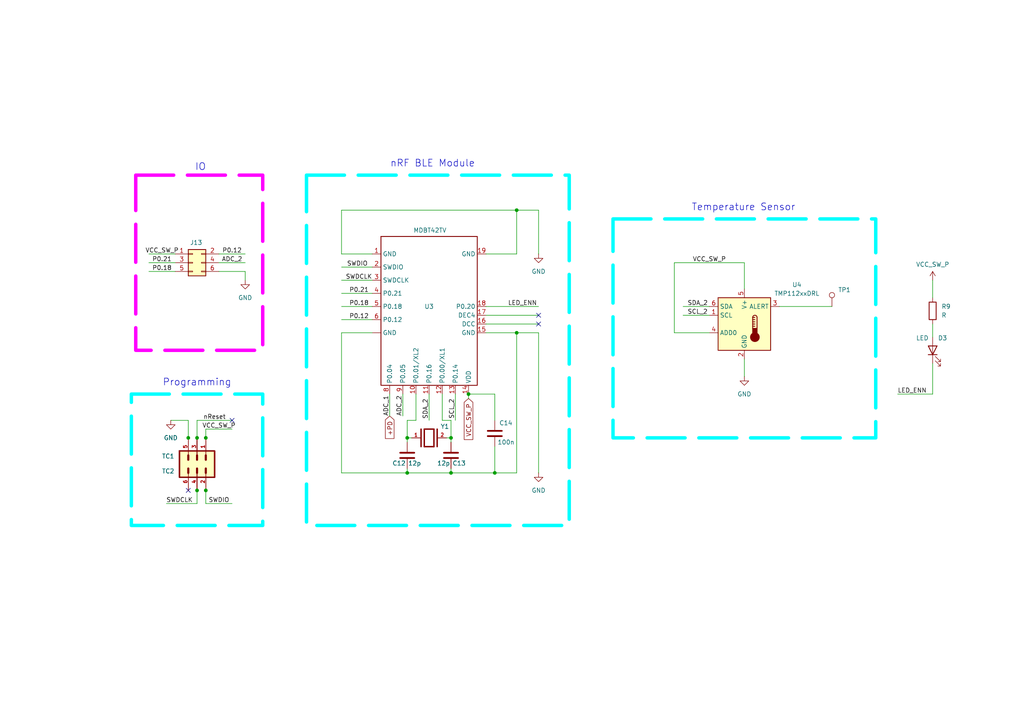
<source format=kicad_sch>
(kicad_sch (version 20231120) (generator "eeschema") (generator_version "8.0")
  (paper "A4")
  (lib_symbols
    (symbol "ABS07-32.768KHZ-T:ABS07-32.768KHZ-T" (pin_names (offset 1.016))
      (property "Reference" "Y" (at -5.0878 3.8159 0))
      (property "Value" "ABS07-32.768KHZ-T" (at -5.0944 -5.0944 0))
      (symbol "ABS07-32.768KHZ-T_0_0"
        (polyline (pts (xy -2.3368 2.54) (xy -2.3368 -2.54)) (stroke (width 0.4064)))
        (polyline (pts (xy -1.397 2.54) (xy -1.397 -2.54)) (stroke (width 0.4064)))
        (polyline (pts (xy -1.397 2.54) (xy 1.397 2.54)) (stroke (width 0.4064)))
        (polyline (pts (xy 1.397 -2.54) (xy -1.397 -2.54)) (stroke (width 0.4064)))
        (polyline (pts (xy 1.397 2.54) (xy 1.397 -2.54)) (stroke (width 0.4064)))
        (polyline (pts (xy 2.3368 2.54) (xy 2.3368 -2.54)) (stroke (width 0.4064)))
        (pin passive line (at -5.08 0 0) (length 2.54) (name "~") (number "1"))
        (pin passive line (at 5.08 0 180) (length 2.54) (name "~") (number "2"))
      )
    )
    (symbol "Connector:TestPoint" (pin_numbers hide) (pin_names (offset 0.762) hide)
      (property "Reference" "TP" (at 0 6.858 0))
      (property "Value" "TestPoint" (at 0 5.08 0))
      (symbol "TestPoint_0_1"
        (circle (center 0 3.302) (radius 0.762))
      )
      (symbol "TestPoint_1_1"
        (pin passive line (at 0 0 90) (length 2.54) (name "1") (number "1"))
      )
    )
    (symbol "Connector_Generic:Conn_02x03_Odd_Even" (pin_names (offset 1.016) hide)
      (property "Reference" "J" (at 1.27 5.08 0))
      (property "Value" "Conn_02x03_Odd_Even" (at 1.27 -5.08 0))
      (symbol "Conn_02x03_Odd_Even_1_1"
        (rectangle (start -1.27 -2.413) (end 0 -2.667) (stroke (width 0.1524)))
        (rectangle (start -1.27 0.127) (end 0 -0.127) (stroke (width 0.1524)))
        (rectangle (start -1.27 2.667) (end 0 2.413) (stroke (width 0.1524)))
        (rectangle (start -1.27 3.81) (end 3.81 -3.81) (stroke (width 0.254)) (fill (type background)))
        (rectangle (start 3.81 -2.413) (end 2.54 -2.667) (stroke (width 0.1524)))
        (rectangle (start 3.81 0.127) (end 2.54 -0.127) (stroke (width 0.1524)))
        (rectangle (start 3.81 2.667) (end 2.54 2.413) (stroke (width 0.1524)))
        (pin passive line (at -5.08 2.54 0) (length 3.81) (name "Pin_1") (number "1"))
        (pin passive line (at 7.62 2.54 180) (length 3.81) (name "Pin_2") (number "2"))
        (pin passive line (at -5.08 0 0) (length 3.81) (name "Pin_3") (number "3"))
        (pin passive line (at 7.62 0 180) (length 3.81) (name "Pin_4") (number "4"))
        (pin passive line (at -5.08 -2.54 0) (length 3.81) (name "Pin_5") (number "5"))
        (pin passive line (at 7.62 -2.54 180) (length 3.81) (name "Pin_6") (number "6"))
      )
    )
    (symbol "Device:C" (pin_numbers hide) (pin_names (offset 0.254))
      (property "Reference" "C" (at 0.635 2.54 0))
      (property "Value" "C" (at 0.635 -2.54 0))
      (symbol "C_0_1"
        (polyline (pts (xy -2.032 -0.762) (xy 2.032 -0.762)) (stroke (width 0.508)))
        (polyline (pts (xy -2.032 0.762) (xy 2.032 0.762)) (stroke (width 0.508)))
      )
      (symbol "C_1_1"
        (pin passive line (at 0 3.81 270) (length 2.794) (name "~") (number "1"))
        (pin passive line (at 0 -3.81 90) (length 2.794) (name "~") (number "2"))
      )
    )
    (symbol "Device:LED" (pin_numbers hide) (pin_names (offset 1.016) hide)
      (property "Reference" "D" (at 0 2.54 0))
      (property "Value" "LED" (at 0 -2.54 0))
      (symbol "LED_0_1"
        (polyline (pts (xy -1.27 -1.27) (xy -1.27 1.27)) (stroke (width 0.254)))
        (polyline (pts (xy -1.27 0) (xy 1.27 0)))
        (polyline (pts (xy 1.27 -1.27) (xy 1.27 1.27) (xy -1.27 0) (xy 1.27 -1.27)) (stroke (width 0.254)))
        (polyline (pts (xy -3.048 -0.762) (xy -4.572 -2.286) (xy -3.81 -2.286) (xy -4.572 -2.286) (xy -4.572 -1.524)))
        (polyline (pts (xy -1.778 -0.762) (xy -3.302 -2.286) (xy -2.54 -2.286) (xy -3.302 -2.286) (xy -3.302 -1.524)))
      )
      (symbol "LED_1_1"
        (pin passive line (at -3.81 0 0) (length 2.54) (name "K") (number "1"))
        (pin passive line (at 3.81 0 180) (length 2.54) (name "A") (number "2"))
      )
    )
    (symbol "Device:R" (pin_numbers hide) (pin_names (offset 0))
      (property "Reference" "R" (at 2.032 0 90))
      (property "Value" "R" (at 0 0 90))
      (symbol "R_0_1"
        (rectangle (start -1.016 -2.54) (end 1.016 2.54) (stroke (width 0.254)))
      )
      (symbol "R_1_1"
        (pin passive line (at 0 3.81 270) (length 1.27) (name "~") (number "1"))
        (pin passive line (at 0 -3.81 90) (length 1.27) (name "~") (number "2"))
      )
    )
    (symbol "MDBT42TV-192K:MDBT42TV-192K"
      (property "Reference" "U" (at 5.08 -15.748 0))
      (symbol "MDBT42TV-192K_0_1"
        (rectangle (start -8.89 5.08) (end 19.05 -38.1) (stroke (width 0.254)))
      )
      (symbol "MDBT42TV-192K_1_1"
        (pin input line (at -11.43 -22.86 0) (length 2.54) (name "GND") (number ""))
        (pin input line (at -11.43 0 0) (length 2.54) (name "GND") (number "1"))
        (pin input line (at 1.27 -40.64 90) (length 2.54) (name "P0.01/XL2") (number "10"))
        (pin input line (at 5.08 -40.64 90) (length 2.54) (name "P0.16") (number "11"))
        (pin input line (at 8.89 -40.64 90) (length 2.54) (name "P0.00/XL1") (number "12"))
        (pin input line (at 12.7 -40.64 90) (length 2.54) (name "P0.14") (number "13"))
        (pin input line (at 16.51 -40.64 90) (length 2.54) (name "VDD") (number "14"))
        (pin input line (at 21.59 -22.86 180) (length 2.54) (name "GND") (number "15"))
        (pin input line (at 21.59 -20.32 180) (length 2.54) (name "DCC") (number "16"))
        (pin input line (at 21.59 -17.78 180) (length 2.54) (name "DEC4") (number "17"))
        (pin input line (at 21.59 -15.24 180) (length 2.54) (name "P0.20") (number "18"))
        (pin input line (at 21.59 0 180) (length 2.54) (name "GND") (number "19"))
        (pin input line (at -11.43 -3.81 0) (length 2.54) (name "SWDIO") (number "2"))
        (pin input line (at -11.43 -7.62 0) (length 2.54) (name "SWDCLK") (number "3"))
        (pin input line (at -11.43 -11.43 0) (length 2.54) (name "P0.21") (number "4"))
        (pin input line (at -11.43 -15.24 0) (length 2.54) (name "P0.18") (number "5"))
        (pin input line (at -11.43 -19.05 0) (length 2.54) (name "P0.12") (number "6"))
        (pin input line (at -6.35 -40.64 90) (length 2.54) (name "P0.04") (number "8"))
        (pin input line (at -2.54 -40.64 90) (length 2.54) (name "P0.05") (number "9"))
      )
    )
    (symbol "Sensor_Temperature:TMP112xxDRL"
      (property "Reference" "U" (at -2.54 10.795 0))
      (property "Value" "TMP112xxDRL" (at -2.54 8.89 0))
      (symbol "TMP112xxDRL_0_1"
        (rectangle (start -7.62 7.62) (end 7.62 -7.62) (stroke (width 0.254)) (fill (type background)))
      )
      (symbol "TMP112xxDRL_1_1"
        (polyline (pts (xy 2.413 -0.635) (xy 3.048 -0.635)) (stroke (width 0.254)))
        (polyline (pts (xy 2.413 0) (xy 3.048 0)) (stroke (width 0.254)))
        (polyline (pts (xy 2.413 0.635) (xy 3.048 0.635)) (stroke (width 0.254)))
        (polyline (pts (xy 2.413 1.27) (xy 3.048 1.27)) (stroke (width 0.254)))
        (polyline (pts (xy 2.413 1.905) (xy 2.413 -1.27)) (stroke (width 0.254)))
        (polyline (pts (xy 2.413 1.905) (xy 3.048 1.905)) (stroke (width 0.254)))
        (polyline (pts (xy 3.683 1.905) (xy 3.683 -1.27)) (stroke (width 0.254)))
        (circle (center 3.048 -3.81) (radius 1.27) (stroke (width 0.254)) (fill (type outline)))
        (rectangle (start 3.683 -3.175) (end 2.413 -1.27) (stroke (width 0.254)) (fill (type outline)))
        (arc (start 3.683 1.905) (mid 3.048 2.5373) (end 2.413 1.905) (stroke (width 0.254)))
        (pin input line (at -10.16 2.54 0) (length 2.54) (name "SCL") (number "1"))
        (pin power_in line (at 0 -10.16 90) (length 2.54) (name "GND") (number "2"))
        (pin open_collector line (at 10.16 5.08 180) (length 2.54) (name "ALERT") (number "3"))
        (pin input line (at -10.16 -2.54 0) (length 2.54) (name "ADD0") (number "4"))
        (pin power_in line (at 0 10.16 270) (length 2.54) (name "V+") (number "5"))
        (pin bidirectional line (at -10.16 5.08 0) (length 2.54) (name "SDA") (number "6"))
      )
    )
    (symbol "TC2030-IDC:TC2030-IDC" (pin_names (offset 1.016))
      (property "Reference" "TC" (at -3.81 5.842 0))
      (property "Value" "TC2030-IDC" (at -3.81 -7.62 0))
      (symbol "TC2030-IDC_0_0"
        (rectangle (start -3.81 -5.08) (end 3.81 5.08) (stroke (width 0.4064)) (fill (type background)))
        (polyline (pts (xy -2.54 -2.54) (xy -1.27 -2.54)) (stroke (width 0.6096)))
        (polyline (pts (xy -2.54 0) (xy -1.27 0)) (stroke (width 0.6096)))
        (polyline (pts (xy -2.54 2.54) (xy -1.27 2.54)) (stroke (width 0.6096)))
        (polyline (pts (xy 1.27 -2.54) (xy 2.54 -2.54)) (stroke (width 0.6096)))
        (polyline (pts (xy 1.27 0) (xy 2.54 0)) (stroke (width 0.6096)))
        (polyline (pts (xy 1.27 2.54) (xy 2.54 2.54)) (stroke (width 0.6096)))
        (pin passive line (at 7.62 -2.54 180) (length 5.08) (name "~") (number "1"))
        (pin passive line (at -7.62 -2.54 0) (length 5.08) (name "~") (number "2"))
        (pin passive line (at 7.62 0 180) (length 5.08) (name "~") (number "3"))
        (pin passive line (at -7.62 0 0) (length 5.08) (name "~") (number "4"))
        (pin passive line (at 7.62 2.54 180) (length 5.08) (name "~") (number "5"))
        (pin passive line (at -7.62 2.54 0) (length 5.08) (name "~") (number "6"))
      )
    )
    (symbol "power:GND" (power) (pin_numbers hide) (pin_names (offset 0) hide)
      (property "Value" "GND" (at 0 -3.81 0))
      (symbol "GND_0_1"
        (polyline (pts (xy 0 0) (xy 0 -1.27) (xy 1.27 -1.27) (xy 0 -2.54) (xy -1.27 -1.27) (xy 0 -1.27)))
      )
      (symbol "GND_1_1"
        (pin power_in line (at 0 0 270) (length 0) (name "~") (number "1"))
      )
    )
    (symbol "power:VCC" (power) (pin_numbers hide) (pin_names (offset 0) hide)
      (property "Value" "VCC" (at 0 3.556 0))
      (symbol "VCC_0_1"
        (polyline (pts (xy -0.762 1.27) (xy 0 2.54)))
        (polyline (pts (xy 0 0) (xy 0 2.54)))
        (polyline (pts (xy 0 2.54) (xy 0.762 1.27)))
      )
      (symbol "VCC_1_1"
        (pin power_in line (at 0 0 90) (length 0) (name "~") (number "1"))
      )
    )
  )
  (junction (at 143.51 137.16))
  (junction (at 118.11 137.16))
  (junction (at 135.89 114.3))
  (junction (at 149.86 60.96))
  (junction (at 57.15 142.24))
  (junction (at 57.15 127))
  (junction (at 59.69 142.24))
  (junction (at 54.61 127))
  (junction (at 130.81 127))
  (junction (at 149.86 96.52))
  (junction (at 130.81 137.16))
  (junction (at 59.69 127))
  (junction (at 118.11 127))
  (no_connect (at 54.61 142.24))
  (no_connect (at 156.21 93.98))
  (no_connect (at 156.21 91.44))
  (no_connect (at 67.31 121.92))
  (wire (pts (xy 99.06 85.09) (xy 107.95 85.09)))
  (wire (pts (xy 59.69 127) (xy 59.69 124.46)))
  (wire (pts (xy 54.61 121.92) (xy 49.53 121.92)))
  (wire (pts (xy 54.61 127) (xy 54.61 121.92)))
  (wire (pts (xy 59.69 146.05) (xy 59.69 142.24)))
  (wire (pts (xy 99.06 77.47) (xy 107.95 77.47)))
  (wire (pts (xy 143.51 137.16) (xy 149.86 137.16)))
  (wire (pts (xy 156.21 73.66) (xy 156.21 60.96)))
  (wire (pts (xy 107.95 96.52) (xy 99.06 96.52)))
  (wire (pts (xy 107.95 73.66) (xy 99.06 73.66)))
  (wire (pts (xy 215.9 76.2) (xy 215.9 83.82)))
  (wire (pts (xy 130.81 127) (xy 130.81 128.27)))
  (wire (pts (xy 99.06 137.16) (xy 118.11 137.16)))
  (wire (pts (xy 215.9 104.14) (xy 215.9 109.22)))
  (wire (pts (xy 135.89 114.3) (xy 143.51 114.3)))
  (wire (pts (xy 149.86 96.52) (xy 140.97 96.52)))
  (wire (pts (xy 156.21 60.96) (xy 149.86 60.96)))
  (wire (pts (xy 260.35 114.3) (xy 270.51 114.3)))
  (wire (pts (xy 118.11 137.16) (xy 130.81 137.16)))
  (wire (pts (xy 143.51 114.3) (xy 143.51 121.92)))
  (wire (pts (xy 43.18 73.66) (xy 50.8 73.66)))
  (wire (pts (xy 43.18 78.74) (xy 50.8 78.74)))
  (wire (pts (xy 156.21 137.16) (xy 156.21 96.52)))
  (wire (pts (xy 99.06 60.96) (xy 149.86 60.96)))
  (wire (pts (xy 129.54 127) (xy 130.81 127)))
  (wire (pts (xy 57.15 127) (xy 57.15 121.92)))
  (wire (pts (xy 195.58 76.2) (xy 215.9 76.2)))
  (wire (pts (xy 128.27 121.92) (xy 128.27 114.3)))
  (wire (pts (xy 149.86 73.66) (xy 140.97 73.66)))
  (wire (pts (xy 99.06 88.9) (xy 107.95 88.9)))
  (wire (pts (xy 57.15 121.92) (xy 67.31 121.92)))
  (wire (pts (xy 198.12 91.44) (xy 205.74 91.44)))
  (wire (pts (xy 99.06 81.28) (xy 107.95 81.28)))
  (wire (pts (xy 124.46 114.3) (xy 124.46 121.92)))
  (wire (pts (xy 118.11 135.89) (xy 118.11 137.16)))
  (wire (pts (xy 116.84 120.65) (xy 116.84 114.3)))
  (wire (pts (xy 59.69 146.05) (xy 67.31 146.05)))
  (wire (pts (xy 226.06 88.9) (xy 241.3 88.9)))
  (wire (pts (xy 57.15 146.05) (xy 57.15 142.24)))
  (wire (pts (xy 149.86 137.16) (xy 149.86 96.52)))
  (wire (pts (xy 156.21 96.52) (xy 149.86 96.52)))
  (wire (pts (xy 48.26 146.05) (xy 57.15 146.05)))
  (wire (pts (xy 270.51 81.28) (xy 270.51 86.36)))
  (wire (pts (xy 198.12 88.9) (xy 205.74 88.9)))
  (wire (pts (xy 99.06 92.71) (xy 107.95 92.71)))
  (wire (pts (xy 149.86 60.96) (xy 149.86 73.66)))
  (wire (pts (xy 132.08 114.3) (xy 132.08 121.92)))
  (wire (pts (xy 195.58 96.52) (xy 205.74 96.52)))
  (wire (pts (xy 118.11 127) (xy 118.11 128.27)))
  (wire (pts (xy 120.65 121.92) (xy 118.11 121.92)))
  (wire (pts (xy 113.03 120.65) (xy 113.03 114.3)))
  (wire (pts (xy 99.06 96.52) (xy 99.06 137.16)))
  (wire (pts (xy 135.89 114.3) (xy 135.89 115.57)))
  (wire (pts (xy 140.97 88.9) (xy 156.21 88.9)))
  (wire (pts (xy 130.81 127) (xy 130.81 121.92)))
  (wire (pts (xy 118.11 127) (xy 119.38 127)))
  (wire (pts (xy 140.97 93.98) (xy 156.21 93.98)))
  (wire (pts (xy 59.69 124.46) (xy 67.31 124.46)))
  (wire (pts (xy 130.81 135.89) (xy 130.81 137.16)))
  (wire (pts (xy 270.51 93.98) (xy 270.51 97.79)))
  (wire (pts (xy 130.81 121.92) (xy 128.27 121.92)))
  (wire (pts (xy 43.18 76.2) (xy 50.8 76.2)))
  (wire (pts (xy 140.97 91.44) (xy 156.21 91.44)))
  (wire (pts (xy 120.65 114.3) (xy 120.65 121.92)))
  (wire (pts (xy 143.51 129.54) (xy 143.51 137.16)))
  (wire (pts (xy 63.5 78.74) (xy 71.12 78.74)))
  (wire (pts (xy 130.81 137.16) (xy 143.51 137.16)))
  (wire (pts (xy 63.5 73.66) (xy 71.12 73.66)))
  (wire (pts (xy 118.11 121.92) (xy 118.11 127)))
  (wire (pts (xy 195.58 76.2) (xy 195.58 96.52)))
  (wire (pts (xy 63.5 76.2) (xy 71.12 76.2)))
  (wire (pts (xy 99.06 73.66) (xy 99.06 60.96)))
  (wire (pts (xy 270.51 105.41) (xy 270.51 114.3)))
  (wire (pts (xy 71.12 78.74) (xy 71.12 81.28)))
  (rectangle (start 177.8 63.5) (end 254 127) (stroke (width 1) (type dash) (color 0 255 255 0.5)))
  (rectangle (start 88.9 50.8) (end 165.1 152.4) (stroke (width 1) (type dash) (color 0 255 255 0.5)))
  (rectangle (start 38.1 114.3) (end 76.2 152.4) (stroke (width 1) (type dash) (color 0 255 255 0.5)))
  (rectangle (start 39.37 50.8) (end 76.2 101.6) (stroke (width 1) (type dash) (color 255 0 255 0.6)))
  (text "IO" (at 58.166 48.514 0) (effects (font (size 2 2))))
  (text "Programming" (at 57.15 110.998 0) (effects (font (size 2 2))))
  (text "nRF BLE Module" (at 125.476 47.498 0) (effects (font (size 2 2))))
  (text "Temperature Sensor" (at 215.646 60.198 0) (effects (font (size 2 2))))
  (label "VCC_SW_P" (at 205.74 76.2 0))
  (label "VCC_SW_P" (at 46.99 73.66 0))
  (label "ADC_2" (at 67.31 76.2 0))
  (label "SDA_2" (at 124.46 115.57 270))
  (label "P0.12" (at 104.14 92.71 0))
  (label "VCC_SW_P" (at 63.5 124.46 0))
  (label "ADC_1" (at 113.03 120.65 90))
  (label "SCL_2" (at 199.39 91.44 0))
  (label "LED_ENN" (at 260.35 114.3 0))
  (label "LED_ENN" (at 147.32 88.9 0))
  (label "P0.18" (at 46.99 78.74 0))
  (label "ADC_2" (at 116.84 120.65 90))
  (label "SWDIO" (at 106.68 77.47 180))
  (label "SCL_2" (at 132.08 115.57 270))
  (label "SWDIO" (at 63.5 146.05 0))
  (label "P0.21" (at 46.99 76.2 0))
  (label "SWDCLK" (at 107.95 81.28 180))
  (label "nReset" (at 62.23 121.92 0))
  (label "P0.21" (at 104.14 85.09 0))
  (label "P0.12" (at 67.31 73.66 0))
  (label "SDA_2" (at 199.39 88.9 0))
  (label "P0.18" (at 104.14 88.9 0))
  (label "SWDCLK" (at 52.07 146.05 0))
  (global_label "+PD" (shape input) (at 113.03 120.65 270) (property "Intersheetrefs" "${INTERSHEET_REFS}" (effects (hide yes))))
  (global_label "VCC_SW_P" (shape input) (at 135.89 115.57 270) (property "Intersheetrefs" "${INTERSHEET_REFS}" (effects (hide yes))))
  (symbol (lib_id "Device:C") (at 118.11 132.08 180) (unit 1)
    (property "Reference" "C12" (at 113.792 134.366 0) (effects (justify right)))
    (property "Value" "12p" (at 118.364 134.366 0) (effects (justify right)))
    (property "Footprint" "Capacitor_SMD:C_0603_1608Metric_Pad1.08x0.95mm_HandSolder" (effects (hide yes)))
    (property "Description" "Unpolarized capacitor" (effects (hide yes)))
  )
  (symbol (lib_id "Device:LED") (at 270.51 101.6 90) (unit 1)
    (property "Reference" "D3" (at 272.034 98.044 90) (effects (justify right)))
    (property "Value" "LED" (at 265.684 98.044 90) (effects (justify right)))
    (property "Footprint" "LED_SMD:LED_0805_2012Metric_Pad1.15x1.40mm_HandSolder" (effects (hide yes)))
    (property "Description" "Light emitting diode" (effects (hide yes)))
  )
  (symbol (lib_id "power:GND") (at 156.21 137.16 0) (unit 1)
    (property "Reference" "#PWR035" (effects (hide yes)))
    (property "Value" "GND" (at 156.21 142.24 0))
    (property "Description" "Power symbol creates a global label with name \"GND\" , ground" (effects (hide yes)))
  )
  (symbol (lib_id "Device:C") (at 143.51 125.73 0) (unit 1)
    (property "Reference" "C14" (at 144.78 122.682 0) (effects (justify left)))
    (property "Value" "100n" (at 144.272 128.27 0) (effects (justify left)))
    (property "Footprint" "Capacitor_SMD:C_0805_2012Metric_Pad1.18x1.45mm_HandSolder" (effects (hide yes)))
    (property "Description" "Unpolarized capacitor" (effects (hide yes)))
  )
  (symbol (lib_id "power:GND") (at 49.53 121.92 0) (unit 1)
    (property "Reference" "#PWR036" (effects (hide yes)))
    (property "Value" "GND" (at 49.53 127 0))
    (property "Description" "Power symbol creates a global label with name \"GND\" , ground" (effects (hide yes)))
  )
  (symbol (lib_id "power:GND") (at 215.9 109.22 0) (unit 1)
    (property "Reference" "#PWR033" (effects (hide yes)))
    (property "Value" "GND" (at 215.9 114.3 0))
    (property "Description" "Power symbol creates a global label with name \"GND\" , ground" (effects (hide yes)))
  )
  (symbol (lib_id "power:VCC") (at 270.51 81.28 0) (unit 1)
    (property "Reference" "#PWR07" (effects (hide yes)))
    (property "Value" "VCC_SW_P" (at 270.51 76.708 0))
    (property "Description" "Power symbol creates a global label with name \"VCC\"" (effects (hide yes)))
  )
  (symbol (lib_id "Connector:TestPoint") (at 241.3 88.9 0) (unit 1)
    (property "Reference" "TP1" (at 243.078 84.074 0) (effects (justify left)))
    (property "Value" "TestPoint" (effects (hide yes)))
    (property "Footprint" "TestPoint:TestPoint_Pad_D1.0mm" (effects (hide yes)))
    (property "Description" "test point" (effects (hide yes)))
  )
  (symbol (lib_id "power:GND") (at 156.21 73.66 0) (unit 1)
    (property "Reference" "#PWR034" (effects (hide yes)))
    (property "Value" "GND" (at 156.21 78.74 0))
    (property "Description" "Power symbol creates a global label with name \"GND\" , ground" (effects (hide yes)))
  )
  (symbol (lib_id "Sensor_Temperature:TMP112xxDRL") (at 215.9 93.98 0) (unit 1)
    (property "Reference" "U4" (at 231.14 82.5814 0))
    (property "Value" "TMP112xxDRL" (at 231.14 85.1214 0))
    (property "Footprint" "Package_TO_SOT_SMD:SOT-563" (effects (hide yes)))
    (property "Datasheet" "https://www.ti.com/lit/ds/symlink/tmp112.pdf" (effects (hide yes)))
    (property "Description" "Digital Temperature Sensor with I2C/SMBus/Two-wire Interface, 12 bits, ±1°C, one-shot conversion, alert, nist traceable, SOT-563" (effects (hide yes)))
  )
  (symbol (lib_id "MDBT42TV-192K:MDBT42TV-192K") (at 119.38 73.66 0) (unit 1)
    (property "Reference" "U3" (at 124.46 88.9 0))
    (property "Value" "MDBT42TV" (at 124.714 66.802 0))
    (property "Footprint" "MDBT42TC-P:MDBT42TV-P" (effects (hide yes)))
  )
  (symbol (lib_id "Connector_Generic:Conn_02x03_Odd_Even") (at 55.88 76.2 0) (unit 1)
    (property "Reference" "J13" (at 56.896 70.358 0))
    (property "Value" "Conn_02x03_Odd_Even" (effects (hide yes)))
    (property "Footprint" "Connector_PinHeader_2.54mm:PinHeader_2x03_P2.54mm_Vertical" (effects (hide yes)))
    (property "Description" "Generic connector, double row, 02x03, odd/even pin numbering scheme (row 1 odd numbers, row 2 even numbers), script generated (kicad-library-utils/schlib/autogen/connector/)" (effects (hide yes)))
  )
  (symbol (lib_id "TC2030-IDC:TC2030-IDC") (at 57.15 134.62 90) (unit 1)
    (property "Reference" "TC1" (at 48.768 132.334 90))
    (property "Value" "TC2030-IDC" (effects (hide yes)))
    (property "Footprint" "TC2030-IDC:TC2030-IDC" (effects (hide yes)))
    (property "MF" "Tag-Connect LLC" (effects (hide yes)))
    (property "Description_1" "\n                        \n                            PLUG-OF-NAILS 6-PIN W/ LEGS 8\n                        \n" (effects (hide yes)))
    (property "Package" "None" (effects (hide yes)))
    (property "Price" "None" (effects (hide yes)))
    (property "SnapEDA_Link" "https://www.snapeda.com/parts/TC2030-IDC/Tag-Connect/view-part/?ref=snap" (effects (hide yes)))
    (property "MP" "TC2030-IDC" (effects (hide yes)))
    (property "Availability" "In Stock" (effects (hide yes)))
    (property "Check_prices" "https://www.snapeda.com/parts/TC2030-IDC/Tag-Connect/view-part/?ref=eda" (effects (hide yes)))
  )
  (symbol (lib_id "Device:C") (at 130.81 132.08 0) (mirror x) (unit 1)
    (property "Reference" "C13" (at 135.128 134.366 0) (effects (justify right)))
    (property "Value" "12p" (at 130.556 134.366 0) (effects (justify right)))
    (property "Footprint" "Capacitor_SMD:C_0603_1608Metric_Pad1.08x0.95mm_HandSolder" (effects (hide yes)))
    (property "Description" "Unpolarized capacitor" (effects (hide yes)))
  )
  (symbol (lib_id "ABS07-32.768KHZ-T:ABS07-32.768KHZ-T") (at 124.46 127 0) (unit 1)
    (property "Reference" "Y1" (at 129.032 123.698 0))
    (property "Value" "ABS07-32.768KHZ-T" (effects (hide yes)))
    (property "Footprint" "ABS07-32:XTAL_ABS07-32.768KHZ-T" (effects (hide yes)))
    (property "MF" "Abracon" (effects (hide yes)))
    (property "MAXIMUM_PACKAGE_HEIGHT" "0.9 mm" (effects (hide yes)))
    (property "Package" "SMD-2 Abracon LLC" (effects (hide yes)))
    (property "Price" "None" (effects (hide yes)))
    (property "Check_prices" "https://www.snapeda.com/parts/ABS07-32.768KHZ-T/Abracon/view-part/?ref=eda" (effects (hide yes)))
    (property "STANDARD" "Manufacturer Recommendations" (effects (hide yes)))
    (property "PARTREV" "08.19.15" (effects (hide yes)))
    (property "SnapEDA_Link" "https://www.snapeda.com/parts/ABS07-32.768KHZ-T/Abracon/view-part/?ref=snap" (effects (hide yes)))
    (property "MP" "ABS07-32.768KHZ-T" (effects (hide yes)))
    (property "Description_1" "\n                        \n                            32.768 kHz ±20ppm Crystal 12.5pF 70 kOhms 2-SMD, No Lead\n                        \n" (effects (hide yes)))
    (property "Availability" "In Stock" (effects (hide yes)))
    (property "MANUFACTURER" "Abracon" (effects (hide yes)))
  )
  (symbol (lib_id "TC2030-IDC:TC2030-IDC") (at 57.15 134.62 90) (unit 1)
    (property "Reference" "TC2" (at 48.768 136.652 90))
    (property "Value" "TC2030-IDC" (effects (hide yes)))
    (property "Footprint" "TC2030-IDC:TC2030-IDC" (effects (hide yes)))
    (property "MF" "Tag-Connect LLC" (effects (hide yes)))
    (property "Description_1" "\n                        \n                            PLUG-OF-NAILS 6-PIN W/ LEGS 8\n                        \n" (effects (hide yes)))
    (property "Package" "None" (effects (hide yes)))
    (property "Price" "None" (effects (hide yes)))
    (property "SnapEDA_Link" "https://www.snapeda.com/parts/TC2030-IDC/Tag-Connect/view-part/?ref=snap" (effects (hide yes)))
    (property "MP" "TC2030-IDC" (effects (hide yes)))
    (property "Availability" "In Stock" (effects (hide yes)))
    (property "Check_prices" "https://www.snapeda.com/parts/TC2030-IDC/Tag-Connect/view-part/?ref=eda" (effects (hide yes)))
  )
  (symbol (lib_id "Device:R") (at 270.51 90.17 0) (unit 1)
    (property "Reference" "R9" (at 273.05 88.8999 0) (effects (justify left)))
    (property "Value" "R" (at 273.05 91.4399 0) (effects (justify left)))
    (property "Footprint" "Resistor_SMD:R_0805_2012Metric_Pad1.20x1.40mm_HandSolder" (effects (hide yes)))
    (property "Description" "Resistor" (effects (hide yes)))
  )
  (symbol (lib_id "power:GND") (at 71.12 81.28 0) (unit 1)
    (property "Reference" "#PWR037" (effects (hide yes)))
    (property "Value" "GND" (at 71.12 86.36 0))
    (property "Description" "Power symbol creates a global label with name \"GND\" , ground" (effects (hide yes)))
  )
)
</source>
